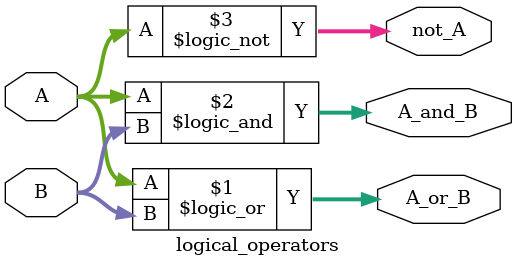
<source format=sv>
`timescale 1ns / 1ps

module logical_operators_test;

logic [3:0] A, B;
logic [3:0] A_or_B, A_and_B, not_A;

logical_operators uut(.*);
  
initial begin
    $display("   A    B -> A_or_B A_and_B not_A");
    $monitor("%b %b ->  %b   %b    %b", A, B, A_or_B, A_and_B, not_A);
    #100 A = 4'b0000; B = 4'b0000;
    #100 A = 4'b1111; B = 4'b0000;
    #100 A = 4'b0001; B = 4'b0001;
    #100 A = 4'b1010; B = 4'b0101;            
    #100;                 
    $finish; 
end              
endmodule

module logical_operators(
    input  [3:0] A, B,
    output [3:0] A_or_B, A_and_B, not_A
    );
    
    assign A_or_B = A || B;
    assign A_and_B = A && B;
    assign not_A = !A;            

endmodule
</source>
